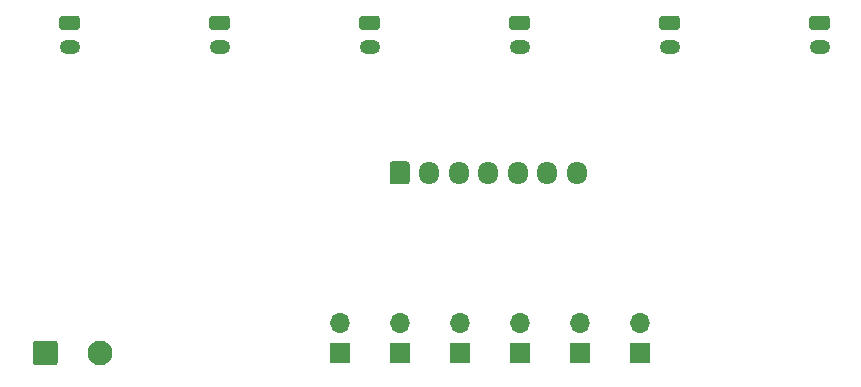
<source format=gbr>
%TF.GenerationSoftware,KiCad,Pcbnew,(5.1.9)-1*%
%TF.CreationDate,2021-06-24T13:15:50+01:00*%
%TF.ProjectId,board,626f6172-642e-46b6-9963-61645f706362,rev?*%
%TF.SameCoordinates,Original*%
%TF.FileFunction,Soldermask,Top*%
%TF.FilePolarity,Negative*%
%FSLAX46Y46*%
G04 Gerber Fmt 4.6, Leading zero omitted, Abs format (unit mm)*
G04 Created by KiCad (PCBNEW (5.1.9)-1) date 2021-06-24 13:15:50*
%MOMM*%
%LPD*%
G01*
G04 APERTURE LIST*
%ADD10C,2.100000*%
%ADD11O,1.700000X1.700000*%
%ADD12R,1.700000X1.700000*%
%ADD13O,1.700000X1.950000*%
%ADD14O,1.750000X1.200000*%
G04 APERTURE END LIST*
D10*
%TO.C,J7*%
X78740000Y-144780000D03*
G36*
G01*
X73090000Y-145580000D02*
X73090000Y-143980000D01*
G75*
G02*
X73340000Y-143730000I250000J0D01*
G01*
X74940000Y-143730000D01*
G75*
G02*
X75190000Y-143980000I0J-250000D01*
G01*
X75190000Y-145580000D01*
G75*
G02*
X74940000Y-145830000I-250000J0D01*
G01*
X73340000Y-145830000D01*
G75*
G02*
X73090000Y-145580000I0J250000D01*
G01*
G37*
%TD*%
D11*
%TO.C,JP1*%
X99060000Y-142240000D03*
D12*
X99060000Y-144780000D03*
%TD*%
D11*
%TO.C,JP2*%
X104140000Y-142240000D03*
D12*
X104140000Y-144780000D03*
%TD*%
D11*
%TO.C,JP3*%
X109220000Y-142240000D03*
D12*
X109220000Y-144780000D03*
%TD*%
D11*
%TO.C,JP4*%
X114300000Y-142240000D03*
D12*
X114300000Y-144780000D03*
%TD*%
D11*
%TO.C,JP5*%
X119380000Y-142240000D03*
D12*
X119380000Y-144780000D03*
%TD*%
D11*
%TO.C,JP6*%
X124460000Y-142240000D03*
D12*
X124460000Y-144780000D03*
%TD*%
D13*
%TO.C,J8*%
X119140000Y-129540000D03*
X116640000Y-129540000D03*
X114140000Y-129540000D03*
X111640000Y-129540000D03*
X109140000Y-129540000D03*
X106640000Y-129540000D03*
G36*
G01*
X103290000Y-130265000D02*
X103290000Y-128815000D01*
G75*
G02*
X103540000Y-128565000I250000J0D01*
G01*
X104740000Y-128565000D01*
G75*
G02*
X104990000Y-128815000I0J-250000D01*
G01*
X104990000Y-130265000D01*
G75*
G02*
X104740000Y-130515000I-250000J0D01*
G01*
X103540000Y-130515000D01*
G75*
G02*
X103290000Y-130265000I0J250000D01*
G01*
G37*
%TD*%
D14*
%TO.C,J6*%
X139700000Y-118840000D03*
G36*
G01*
X139074999Y-116240000D02*
X140325001Y-116240000D01*
G75*
G02*
X140575000Y-116489999I0J-249999D01*
G01*
X140575000Y-117190001D01*
G75*
G02*
X140325001Y-117440000I-249999J0D01*
G01*
X139074999Y-117440000D01*
G75*
G02*
X138825000Y-117190001I0J249999D01*
G01*
X138825000Y-116489999D01*
G75*
G02*
X139074999Y-116240000I249999J0D01*
G01*
G37*
%TD*%
%TO.C,J5*%
X127000000Y-118840000D03*
G36*
G01*
X126374999Y-116240000D02*
X127625001Y-116240000D01*
G75*
G02*
X127875000Y-116489999I0J-249999D01*
G01*
X127875000Y-117190001D01*
G75*
G02*
X127625001Y-117440000I-249999J0D01*
G01*
X126374999Y-117440000D01*
G75*
G02*
X126125000Y-117190001I0J249999D01*
G01*
X126125000Y-116489999D01*
G75*
G02*
X126374999Y-116240000I249999J0D01*
G01*
G37*
%TD*%
%TO.C,J4*%
X114300000Y-118840000D03*
G36*
G01*
X113674999Y-116240000D02*
X114925001Y-116240000D01*
G75*
G02*
X115175000Y-116489999I0J-249999D01*
G01*
X115175000Y-117190001D01*
G75*
G02*
X114925001Y-117440000I-249999J0D01*
G01*
X113674999Y-117440000D01*
G75*
G02*
X113425000Y-117190001I0J249999D01*
G01*
X113425000Y-116489999D01*
G75*
G02*
X113674999Y-116240000I249999J0D01*
G01*
G37*
%TD*%
%TO.C,J3*%
X101600000Y-118840000D03*
G36*
G01*
X100974999Y-116240000D02*
X102225001Y-116240000D01*
G75*
G02*
X102475000Y-116489999I0J-249999D01*
G01*
X102475000Y-117190001D01*
G75*
G02*
X102225001Y-117440000I-249999J0D01*
G01*
X100974999Y-117440000D01*
G75*
G02*
X100725000Y-117190001I0J249999D01*
G01*
X100725000Y-116489999D01*
G75*
G02*
X100974999Y-116240000I249999J0D01*
G01*
G37*
%TD*%
%TO.C,J2*%
X88900000Y-118840000D03*
G36*
G01*
X88274999Y-116240000D02*
X89525001Y-116240000D01*
G75*
G02*
X89775000Y-116489999I0J-249999D01*
G01*
X89775000Y-117190001D01*
G75*
G02*
X89525001Y-117440000I-249999J0D01*
G01*
X88274999Y-117440000D01*
G75*
G02*
X88025000Y-117190001I0J249999D01*
G01*
X88025000Y-116489999D01*
G75*
G02*
X88274999Y-116240000I249999J0D01*
G01*
G37*
%TD*%
%TO.C,J1*%
X76200000Y-118840000D03*
G36*
G01*
X75574999Y-116240000D02*
X76825001Y-116240000D01*
G75*
G02*
X77075000Y-116489999I0J-249999D01*
G01*
X77075000Y-117190001D01*
G75*
G02*
X76825001Y-117440000I-249999J0D01*
G01*
X75574999Y-117440000D01*
G75*
G02*
X75325000Y-117190001I0J249999D01*
G01*
X75325000Y-116489999D01*
G75*
G02*
X75574999Y-116240000I249999J0D01*
G01*
G37*
%TD*%
M02*

</source>
